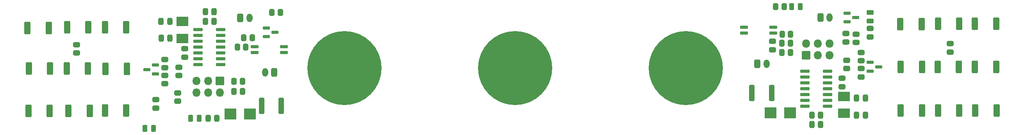
<source format=gbr>
G04 #@! TF.GenerationSoftware,KiCad,Pcbnew,(5.99.0-8941-ge2f8b1a4b1)*
G04 #@! TF.CreationDate,2021-03-10T18:45:48+13:00*
G04 #@! TF.ProjectId,diyBMS-Leaf,64697942-4d53-42d4-9c65-61662e6b6963,2.01*
G04 #@! TF.SameCoordinates,Original*
G04 #@! TF.FileFunction,Soldermask,Top*
G04 #@! TF.FilePolarity,Negative*
%FSLAX46Y46*%
G04 Gerber Fmt 4.6, Leading zero omitted, Abs format (unit mm)*
G04 Created by KiCad (PCBNEW (5.99.0-8941-ge2f8b1a4b1)) date 2021-03-10 18:45:48*
%MOMM*%
%LPD*%
G01*
G04 APERTURE LIST*
G04 Aperture macros list*
%AMRoundRect*
0 Rectangle with rounded corners*
0 $1 Rounding radius*
0 $2 $3 $4 $5 $6 $7 $8 $9 X,Y pos of 4 corners*
0 Add a 4 corners polygon primitive as box body*
4,1,4,$2,$3,$4,$5,$6,$7,$8,$9,$2,$3,0*
0 Add four circle primitives for the rounded corners*
1,1,$1+$1,$2,$3*
1,1,$1+$1,$4,$5*
1,1,$1+$1,$6,$7*
1,1,$1+$1,$8,$9*
0 Add four rect primitives between the rounded corners*
20,1,$1+$1,$2,$3,$4,$5,0*
20,1,$1+$1,$4,$5,$6,$7,0*
20,1,$1+$1,$6,$7,$8,$9,0*
20,1,$1+$1,$8,$9,$2,$3,0*%
G04 Aperture macros list end*
%ADD10RoundRect,0.269250X0.269250X0.481750X-0.269250X0.481750X-0.269250X-0.481750X0.269250X-0.481750X0*%
%ADD11RoundRect,0.175500X0.613000X0.175500X-0.613000X0.175500X-0.613000X-0.175500X0.613000X-0.175500X0*%
%ADD12RoundRect,0.274878X-0.476122X0.288622X-0.476122X-0.288622X0.476122X-0.288622X0.476122X0.288622X0*%
%ADD13RoundRect,0.274878X0.288622X0.476122X-0.288622X0.476122X-0.288622X-0.476122X0.288622X-0.476122X0*%
%ADD14RoundRect,0.274878X0.476122X-0.288622X0.476122X0.288622X-0.476122X0.288622X-0.476122X-0.288622X0*%
%ADD15C,1.002000*%
%ADD16C,16.102000*%
%ADD17RoundRect,0.175500X0.688000X0.175500X-0.688000X0.175500X-0.688000X-0.175500X0.688000X-0.175500X0*%
%ADD18RoundRect,0.175500X-0.850500X-0.175500X0.850500X-0.175500X0.850500X0.175500X-0.850500X0.175500X0*%
%ADD19RoundRect,0.274878X-0.288622X-0.476122X0.288622X-0.476122X0.288622X0.476122X-0.288622X0.476122X0*%
%ADD20RoundRect,0.275500X-0.275500X-0.500500X0.275500X-0.500500X0.275500X0.500500X-0.275500X0.500500X0*%
%ADD21RoundRect,0.175500X-0.688000X-0.175500X0.688000X-0.175500X0.688000X0.175500X-0.688000X0.175500X0*%
%ADD22RoundRect,0.175500X-0.613000X-0.175500X0.613000X-0.175500X0.613000X0.175500X-0.613000X0.175500X0*%
%ADD23RoundRect,0.270816X-0.392684X-1.105184X0.392684X-1.105184X0.392684X1.105184X-0.392684X1.105184X0*%
%ADD24RoundRect,0.275500X0.275500X0.500500X-0.275500X0.500500X-0.275500X-0.500500X0.275500X-0.500500X0*%
%ADD25RoundRect,0.270816X0.392684X1.105184X-0.392684X1.105184X-0.392684X-1.105184X0.392684X-1.105184X0*%
%ADD26RoundRect,0.269250X0.481750X-0.269250X0.481750X0.269250X-0.481750X0.269250X-0.481750X-0.269250X0*%
%ADD27RoundRect,0.051000X-1.200000X1.000000X-1.200000X-1.000000X1.200000X-1.000000X1.200000X1.000000X0*%
%ADD28RoundRect,0.051000X1.250000X1.150000X-1.250000X1.150000X-1.250000X-1.150000X1.250000X-1.150000X0*%
%ADD29RoundRect,0.269250X-0.269250X-0.481750X0.269250X-0.481750X0.269250X0.481750X-0.269250X0.481750X0*%
%ADD30RoundRect,0.271250X0.379750X0.654750X-0.379750X0.654750X-0.379750X-0.654750X0.379750X-0.654750X0*%
%ADD31O,1.302000X1.852000*%
%ADD32RoundRect,0.272667X-0.340833X-1.478333X0.340833X-1.478333X0.340833X1.478333X-0.340833X1.478333X0*%
%ADD33RoundRect,0.175500X0.850500X0.175500X-0.850500X0.175500X-0.850500X-0.175500X0.850500X-0.175500X0*%
%ADD34RoundRect,0.271250X-0.379750X-0.654750X0.379750X-0.654750X0.379750X0.654750X-0.379750X0.654750X0*%
%ADD35RoundRect,0.051000X0.850000X-0.850000X0.850000X0.850000X-0.850000X0.850000X-0.850000X-0.850000X0*%
%ADD36O,1.802000X1.802000*%
%ADD37RoundRect,0.051000X1.200000X-1.000000X1.200000X1.000000X-1.200000X1.000000X-1.200000X-1.000000X0*%
%ADD38RoundRect,0.051000X-0.850000X0.850000X-0.850000X-0.850000X0.850000X-0.850000X0.850000X0.850000X0*%
G04 APERTURE END LIST*
D10*
X84037500Y-103900000D03*
X82162500Y-103900000D03*
X74137500Y-106100000D03*
X72262500Y-106100000D03*
D11*
X74537500Y-94250000D03*
X74537500Y-92350000D03*
X72662500Y-93300000D03*
D12*
X57400000Y-87887500D03*
X57400000Y-89712500D03*
D13*
X87812500Y-103900000D03*
X85987500Y-103900000D03*
D12*
X76600000Y-94587500D03*
X76600000Y-96412500D03*
D14*
X76600000Y-92912500D03*
X76600000Y-91087500D03*
D12*
X74600000Y-99887500D03*
X74600000Y-101712500D03*
D15*
X115500000Y-97875000D03*
X120375000Y-93000000D03*
X118947146Y-89552854D03*
X118947146Y-96447146D03*
X112052854Y-96447146D03*
X112052854Y-89552854D03*
X115500000Y-88125000D03*
D16*
X115500000Y-93000000D03*
D15*
X110625000Y-93000000D03*
D17*
X208487500Y-85335000D03*
X208487500Y-84065000D03*
X202112500Y-84065000D03*
X202112500Y-85335000D03*
D15*
X186052854Y-89552854D03*
X186052854Y-96447146D03*
D16*
X189500000Y-93000000D03*
D15*
X192947146Y-96447146D03*
X189500000Y-97875000D03*
X192947146Y-89552854D03*
X184625000Y-93000000D03*
X189500000Y-88125000D03*
X194375000Y-93000000D03*
D18*
X83725000Y-84640000D03*
X83725000Y-85910000D03*
X83725000Y-87180000D03*
X83725000Y-88450000D03*
X83725000Y-89720000D03*
X83725000Y-90990000D03*
X83725000Y-92260000D03*
X88675000Y-92260000D03*
X88675000Y-90990000D03*
X88675000Y-89720000D03*
X88675000Y-88450000D03*
X88675000Y-87180000D03*
X88675000Y-85910000D03*
X88675000Y-84640000D03*
D14*
X79650000Y-94612500D03*
X79650000Y-92787500D03*
D19*
X93687500Y-86400000D03*
X95512500Y-86400000D03*
D14*
X80900000Y-90612500D03*
X80900000Y-88787500D03*
D20*
X85350000Y-82800000D03*
X87250000Y-82800000D03*
D21*
X96012500Y-88365000D03*
X96012500Y-89635000D03*
X102387500Y-89635000D03*
X102387500Y-88365000D03*
D14*
X79400000Y-100212500D03*
X79400000Y-98387500D03*
D19*
X91587500Y-98100000D03*
X93412500Y-98100000D03*
D22*
X98562500Y-84250000D03*
X98562500Y-86150000D03*
X100437500Y-85200000D03*
D12*
X224200000Y-85487500D03*
X224200000Y-87312500D03*
D23*
X55387500Y-84100000D03*
X60012500Y-84100000D03*
D19*
X210387500Y-85600000D03*
X212212500Y-85600000D03*
D24*
X77700000Y-86500000D03*
X75800000Y-86500000D03*
X77650000Y-82800000D03*
X75750000Y-82800000D03*
D12*
X227500000Y-93087500D03*
X227500000Y-94912500D03*
D25*
X256812500Y-83300000D03*
X252187500Y-83300000D03*
D23*
X55287500Y-93100000D03*
X59912500Y-93100000D03*
D26*
X229500000Y-82737500D03*
X229500000Y-80862500D03*
D15*
X155947146Y-96447146D03*
X152500000Y-97875000D03*
X149052854Y-89552854D03*
X157375000Y-93000000D03*
X147625000Y-93000000D03*
D16*
X152500000Y-93000000D03*
D15*
X149052854Y-96447146D03*
X152500000Y-88125000D03*
X155947146Y-89552854D03*
D27*
X223800000Y-99150000D03*
X223800000Y-102850000D03*
D25*
X248812500Y-83300000D03*
X244187500Y-83300000D03*
D28*
X95050000Y-103000000D03*
X90750000Y-103000000D03*
D23*
X63587500Y-102200000D03*
X68212500Y-102200000D03*
D25*
X248712500Y-92700000D03*
X244087500Y-92700000D03*
D22*
X224462500Y-81050000D03*
X224462500Y-82950000D03*
X226337500Y-82000000D03*
D29*
X212462500Y-79600000D03*
X214337500Y-79600000D03*
D25*
X240712500Y-92700000D03*
X236087500Y-92700000D03*
D28*
X212150000Y-102700000D03*
X207850000Y-102700000D03*
D20*
X226550000Y-99500000D03*
X228450000Y-99500000D03*
D25*
X240712500Y-102200000D03*
X236087500Y-102200000D03*
D14*
X227500000Y-91412500D03*
X227500000Y-89587500D03*
D23*
X46987500Y-102300000D03*
X51612500Y-102300000D03*
D30*
X100300000Y-93950000D03*
D31*
X98300000Y-93950000D03*
D25*
X256812500Y-92700000D03*
X252187500Y-92700000D03*
D32*
X97562500Y-101200000D03*
X101837500Y-101200000D03*
D33*
X220275000Y-101310000D03*
X220275000Y-100040000D03*
X220275000Y-98770000D03*
X220275000Y-97500000D03*
X220275000Y-96230000D03*
X220275000Y-94960000D03*
X220275000Y-93690000D03*
X215325000Y-93690000D03*
X215325000Y-94960000D03*
X215325000Y-96230000D03*
X215325000Y-97500000D03*
X215325000Y-98770000D03*
X215325000Y-100040000D03*
X215325000Y-101310000D03*
D32*
X203862500Y-98400000D03*
X208137500Y-98400000D03*
D12*
X223400000Y-95200000D03*
X223400000Y-97025000D03*
D25*
X248812500Y-102200000D03*
X244187500Y-102200000D03*
D23*
X63587500Y-84100000D03*
X68212500Y-84100000D03*
X46787500Y-84300000D03*
X51412500Y-84300000D03*
D14*
X208300000Y-89012500D03*
X208300000Y-87187500D03*
D13*
X212200000Y-87600000D03*
X210375000Y-87600000D03*
D24*
X218750000Y-103200000D03*
X216850000Y-103200000D03*
D20*
X226550000Y-103200000D03*
X228450000Y-103200000D03*
D34*
X218700000Y-82000000D03*
D31*
X220700000Y-82000000D03*
D25*
X240612500Y-83400000D03*
X235987500Y-83400000D03*
D19*
X99787500Y-80900000D03*
X101612500Y-80900000D03*
D13*
X94112500Y-88400000D03*
X92287500Y-88400000D03*
D12*
X224400000Y-91287500D03*
X224400000Y-93112500D03*
D22*
X229462500Y-91750000D03*
X229462500Y-93650000D03*
X231337500Y-92700000D03*
D24*
X218750000Y-105300000D03*
X216850000Y-105300000D03*
D23*
X63687500Y-93200000D03*
X68312500Y-93200000D03*
D12*
X246800000Y-87687500D03*
X246800000Y-89512500D03*
D34*
X92900000Y-82050000D03*
D31*
X94900000Y-82050000D03*
D14*
X226400000Y-87412500D03*
X226400000Y-85587500D03*
D23*
X47087500Y-93100000D03*
X51712500Y-93100000D03*
D35*
X215575000Y-90175000D03*
D36*
X215575000Y-87635000D03*
X218115000Y-90175000D03*
X218115000Y-87635000D03*
X220655000Y-90175000D03*
X220655000Y-87635000D03*
D37*
X80400000Y-86550000D03*
X80400000Y-82850000D03*
D20*
X85350000Y-80700000D03*
X87250000Y-80700000D03*
D34*
X205000000Y-92100000D03*
D31*
X207000000Y-92100000D03*
D13*
X212200000Y-89600000D03*
X210375000Y-89600000D03*
D23*
X55687500Y-102300000D03*
X60312500Y-102300000D03*
D19*
X208987500Y-79600000D03*
X210812500Y-79600000D03*
D14*
X229500000Y-86212500D03*
X229500000Y-84387500D03*
D38*
X88500000Y-95750000D03*
D36*
X88500000Y-98290000D03*
X85960000Y-95750000D03*
X85960000Y-98290000D03*
X83420000Y-95750000D03*
X83420000Y-98290000D03*
D19*
X91587500Y-95900000D03*
X93412500Y-95900000D03*
D25*
X256912500Y-102200000D03*
X252287500Y-102200000D03*
M02*

</source>
